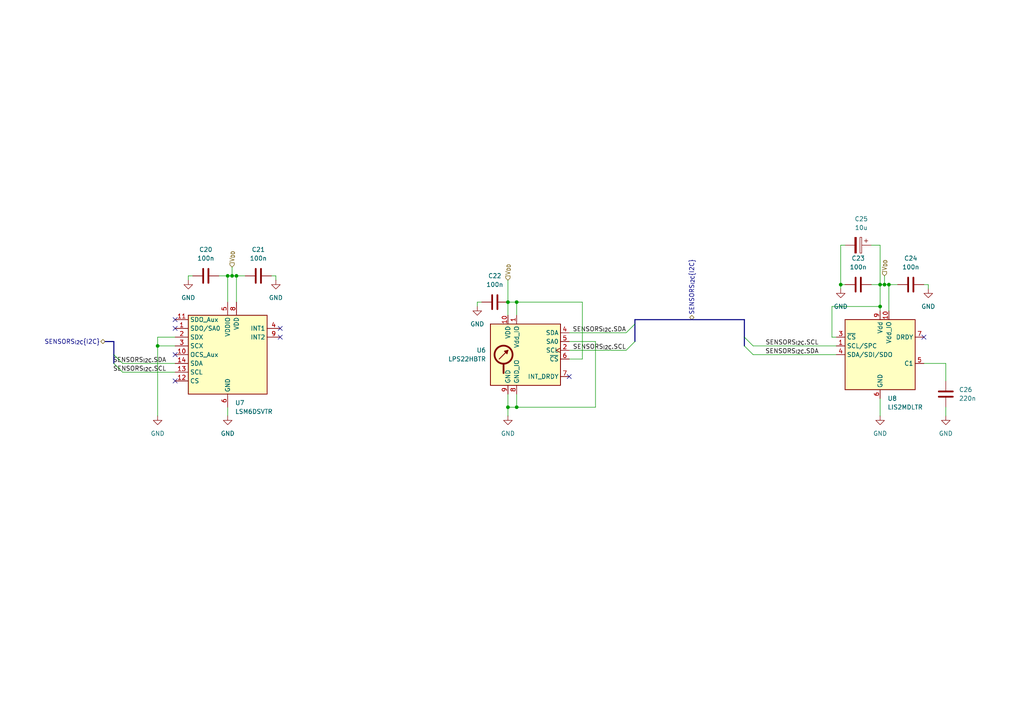
<source format=kicad_sch>
(kicad_sch (version 20250114) (generator "eeschema") (generator_version "9.0")
  (paper "A4")
  (lib_symbols
    (symbol "Device:C" (pin_numbers (hide yes)) (pin_names (offset 0.254))
      (property "Reference" "C" (at 0.635 2.54 0))
      (property "Value" "C" (at 0.635 -2.54 0))
      (symbol "C_0_1"
        (polyline (pts (xy -2.032 0.762) (xy 2.032 0.762)) (stroke (width 0.508)))
        (polyline (pts (xy -2.032 -0.762) (xy 2.032 -0.762)) (stroke (width 0.508)))
      )
      (symbol "C_1_1"
        (pin passive line (at 0 3.81 270) (length 2.794) (name "~") (number "1"))
        (pin passive line (at 0 -3.81 90) (length 2.794) (name "~") (number "2"))
      )
    )
    (symbol "Device:C_Polarized" (pin_numbers (hide yes)) (pin_names (offset 0.254))
      (property "Reference" "C" (at 0.635 2.54 0))
      (property "Value" "C_Polarized" (at 0.635 -2.54 0))
      (symbol "C_Polarized_0_1"
        (rectangle (start -2.286 0.508) (end 2.286 1.016))
        (polyline (pts (xy -1.778 2.286) (xy -0.762 2.286)))
        (polyline (pts (xy -1.27 2.794) (xy -1.27 1.778)))
        (rectangle (start 2.286 -0.508) (end -2.286 -1.016) (fill (type outline)))
      )
      (symbol "C_Polarized_1_1"
        (pin passive line (at 0 3.81 270) (length 2.794) (name "~") (number "1"))
        (pin passive line (at 0 -3.81 90) (length 2.794) (name "~") (number "2"))
      )
    )
    (symbol "Sensor_Magnetic:LIS2MDL"
      (property "Reference" "U" (at -8.89 11.43 0))
      (property "Value" "LIS2MDL" (at 7.62 11.43 0))
      (symbol "LIS2MDL_0_1"
        (rectangle (start -10.16 10.16) (end 10.16 -10.16) (stroke (width 0.254)) (fill (type background)))
      )
      (symbol "LIS2MDL_1_1"
        (pin input line (at -12.7 5.08 0) (length 2.54) (name "~{CS}") (number "3"))
        (pin input line (at -12.7 2.54 0) (length 2.54) (name "SCL/SPC") (number "1"))
        (pin bidirectional line (at -12.7 0 0) (length 2.54) (name "SDA/SDI/SDO") (number "4"))
        (pin no_connect line (at -10.16 -5.08 0) (length 2.54) (hide yes) (name "NC") (number "2"))
        (pin no_connect line (at -10.16 -7.62 0) (length 2.54) (hide yes) (name "NC") (number "11"))
        (pin power_in line (at 0 12.7 270) (length 2.54) (name "Vdd") (number "9"))
        (pin power_in line (at 0 -12.7 90) (length 2.54) (name "GND") (number "6"))
        (pin passive line (at 0 -12.7 90) (length 2.54) (hide yes) (name "GND") (number "8"))
        (pin power_in line (at 2.54 12.7 270) (length 2.54) (name "Vdd_IO") (number "10"))
        (pin no_connect line (at 10.16 -7.62 180) (length 2.54) (hide yes) (name "NC") (number "12"))
        (pin output line (at 12.7 5.08 180) (length 2.54) (name "DRDY") (number "7"))
        (pin power_out line (at 12.7 -2.54 180) (length 2.54) (name "C1") (number "5"))
      )
    )
    (symbol "Sensor_Motion:LSM6DSM"
      (property "Reference" "U" (at -11.43 15.24 0))
      (property "Value" "LSM6DSM" (at -11.43 12.7 0))
      (symbol "LSM6DSM_0_1"
        (rectangle (start 11.43 11.43) (end -11.43 -11.43) (stroke (width 0.254)) (fill (type background)))
      )
      (symbol "LSM6DSM_1_1"
        (pin bidirectional line (at -15.24 10.16 0) (length 3.81) (name "SDO_Aux") (number "11"))
        (pin bidirectional line (at -15.24 7.62 0) (length 3.81) (name "SDO/SA0") (number "1"))
        (pin bidirectional line (at -15.24 5.08 0) (length 3.81) (name "SDX") (number "2"))
        (pin input line (at -15.24 2.54 0) (length 3.81) (name "SCX") (number "3"))
        (pin passive line (at -15.24 0 0) (length 3.81) (name "OCS_Aux") (number "10"))
        (pin bidirectional line (at -15.24 -2.54 0) (length 3.81) (name "SDA") (number "14"))
        (pin input line (at -15.24 -5.08 0) (length 3.81) (name "SCL") (number "13"))
        (pin input line (at -15.24 -7.62 0) (length 3.81) (name "CS") (number "12"))
        (pin power_in line (at 0 15.24 270) (length 3.81) (name "VDDIO") (number "5"))
        (pin power_in line (at 0 -15.24 90) (length 3.81) (name "GND") (number "6"))
        (pin passive line (at 0 -15.24 90) (length 3.81) (hide yes) (name "GND") (number "7"))
        (pin power_in line (at 2.54 15.24 270) (length 3.81) (name "VDD") (number "8"))
        (pin output line (at 15.24 7.62 180) (length 3.81) (name "INT1") (number "4"))
        (pin output line (at 15.24 5.08 180) (length 3.81) (name "INT2") (number "9"))
      )
    )
    (symbol "Sensor_Pressure:LPS22DF"
      (property "Reference" "U" (at -11.43 1.27 0))
      (property "Value" "LPS22DF" (at -11.176 -1.27 0))
      (symbol "LPS22DF_0_1"
        (rectangle (start -10.16 10.16) (end 10.16 -7.62) (stroke (width 0.254)) (fill (type background)))
        (polyline (pts (xy -7.62 0) (xy -5.08 2.54)) (stroke (width 0.254)))
        (circle (center -6.35 1.27) (radius 2.6162) (stroke (width 0.508)))
        (polyline (pts (xy -6.35 -1.524) (xy -6.35 -4.064)) (stroke (width 0.508)))
        (polyline (pts (xy -5.08 2.54) (xy -5.334 1.524) (xy -6.096 2.286) (xy -5.08 2.54)) (stroke (width 0.254)) (fill (type outline)))
      )
      (symbol "LPS22DF_1_1"
        (pin power_in line (at -5.08 12.7 270) (length 2.54) (name "VDD") (number "10"))
        (pin passive line (at -5.08 -10.16 90) (length 2.54) (hide yes) (name "GND") (number "3"))
        (pin power_in line (at -5.08 -10.16 90) (length 2.54) (name "GND") (number "9"))
        (pin power_in line (at -2.54 12.7 270) (length 2.54) (name "Vdd_IO") (number "1"))
        (pin power_in line (at -2.54 -10.16 90) (length 2.54) (name "GND_IO") (number "8"))
        (pin bidirectional line (at 12.7 7.62 180) (length 2.54) (name "SDA") (number "4"))
        (pin input line (at 12.7 5.08 180) (length 2.54) (name "SA0") (number "5"))
        (pin input clock (at 12.7 2.54 180) (length 2.54) (name "SCL") (number "2"))
        (pin input line (at 12.7 0 180) (length 2.54) (name "~{CS}") (number "6"))
        (pin output line (at 12.7 -5.08 180) (length 2.54) (name "INT_DRDY") (number "7"))
      )
    )
    (symbol "power:GND" (power) (pin_numbers (hide yes)) (pin_names (offset 0) (hide yes))
      (property "Value" "GND" (at 0 -3.81 0))
      (symbol "GND_0_1"
        (polyline (pts (xy 0 0) (xy 0 -1.27) (xy 1.27 -1.27) (xy 0 -2.54) (xy -1.27 -1.27) (xy 0 -1.27)))
      )
      (symbol "GND_1_1"
        (pin power_in line (at 0 0 270) (length 0) (name "~") (number "1"))
      )
    )
  )
  (junction (at 257.81 82.55))
  (junction (at 67.31 80.01))
  (junction (at 149.86 87.63))
  (junction (at 147.32 118.11))
  (junction (at 68.58 80.01))
  (junction (at 147.32 87.63))
  (junction (at 256.54 82.55))
  (junction (at 66.04 80.01))
  (junction (at 255.27 82.55))
  (junction (at 45.72 100.33))
  (junction (at 255.27 88.9))
  (junction (at 243.84 82.55))
  (junction (at 149.86 118.11))
  (no_connect (at 50.8 110.49))
  (no_connect (at 165.1 109.22))
  (no_connect (at 81.28 95.25))
  (no_connect (at 50.8 95.25))
  (no_connect (at 81.28 97.79))
  (no_connect (at 50.8 102.87))
  (no_connect (at 267.97 97.79))
  (no_connect (at 50.8 92.71))
  (bus_entry (at 215.9 97.79) (size 2.54 2.54))
  (bus_entry (at 184.15 99.06) (size -2.54 2.54))
  (bus_entry (at 184.15 93.98) (size -2.54 2.54))
  (bus_entry (at 215.9 100.33) (size 2.54 2.54))
  (bus_entry (at 33.02 105.41) (size 2.54 2.54))
  (bus_entry (at 33.02 102.87) (size 2.54 2.54))
  (wire (pts (xy 218.44 100.33) (xy 242.57 100.33)))
  (wire (pts (xy 45.72 100.33) (xy 50.8 100.33)))
  (wire (pts (xy 80.01 80.01) (xy 80.01 81.28)))
  (wire (pts (xy 149.86 87.63) (xy 149.86 91.44)))
  (wire (pts (xy 267.97 105.41) (xy 274.32 105.41)))
  (wire (pts (xy 138.43 88.9) (xy 138.43 87.63)))
  (wire (pts (xy 245.11 71.12) (xy 243.84 71.12)))
  (wire (pts (xy 168.91 87.63) (xy 149.86 87.63)))
  (bus (pts (xy 184.15 92.71) (xy 215.9 92.71)))
  (wire (pts (xy 45.72 120.65) (xy 45.72 100.33)))
  (wire (pts (xy 243.84 83.82) (xy 243.84 82.55)))
  (wire (pts (xy 149.86 118.11) (xy 147.32 118.11)))
  (wire (pts (xy 66.04 118.11) (xy 66.04 120.65)))
  (wire (pts (xy 218.44 102.87) (xy 242.57 102.87)))
  (wire (pts (xy 147.32 114.3) (xy 147.32 118.11)))
  (wire (pts (xy 165.1 99.06) (xy 172.72 99.06)))
  (wire (pts (xy 255.27 71.12) (xy 255.27 82.55)))
  (wire (pts (xy 67.31 80.01) (xy 68.58 80.01)))
  (bus (pts (xy 30.48 99.06) (xy 33.02 99.06)))
  (wire (pts (xy 241.3 97.79) (xy 241.3 88.9)))
  (wire (pts (xy 149.86 114.3) (xy 149.86 118.11)))
  (wire (pts (xy 67.31 77.47) (xy 67.31 80.01)))
  (wire (pts (xy 165.1 104.14) (xy 168.91 104.14)))
  (wire (pts (xy 147.32 81.28) (xy 147.32 87.63)))
  (wire (pts (xy 256.54 82.55) (xy 257.81 82.55)))
  (wire (pts (xy 35.56 105.41) (xy 50.8 105.41)))
  (bus (pts (xy 184.15 93.98) (xy 184.15 99.06)))
  (wire (pts (xy 267.97 82.55) (xy 269.24 82.55)))
  (wire (pts (xy 63.5 80.01) (xy 66.04 80.01)))
  (wire (pts (xy 165.1 96.52) (xy 181.61 96.52)))
  (wire (pts (xy 54.61 81.28) (xy 54.61 80.01)))
  (wire (pts (xy 257.81 82.55) (xy 260.35 82.55)))
  (bus (pts (xy 184.15 92.71) (xy 184.15 93.98)))
  (wire (pts (xy 256.54 82.55) (xy 255.27 82.55)))
  (wire (pts (xy 243.84 82.55) (xy 245.11 82.55)))
  (wire (pts (xy 257.81 90.17) (xy 257.81 82.55)))
  (bus (pts (xy 33.02 102.87) (xy 33.02 105.41)))
  (wire (pts (xy 256.54 80.01) (xy 256.54 82.55)))
  (wire (pts (xy 241.3 88.9) (xy 255.27 88.9)))
  (wire (pts (xy 269.24 82.55) (xy 269.24 83.82)))
  (wire (pts (xy 172.72 99.06) (xy 172.72 118.11)))
  (wire (pts (xy 78.74 80.01) (xy 80.01 80.01)))
  (wire (pts (xy 138.43 87.63) (xy 139.7 87.63)))
  (wire (pts (xy 255.27 115.57) (xy 255.27 120.65)))
  (wire (pts (xy 242.57 97.79) (xy 241.3 97.79)))
  (bus (pts (xy 215.9 92.71) (xy 215.9 97.79)))
  (wire (pts (xy 149.86 87.63) (xy 147.32 87.63)))
  (wire (pts (xy 147.32 87.63) (xy 147.32 91.44)))
  (wire (pts (xy 66.04 80.01) (xy 66.04 87.63)))
  (wire (pts (xy 255.27 82.55) (xy 255.27 88.9)))
  (wire (pts (xy 243.84 71.12) (xy 243.84 82.55)))
  (wire (pts (xy 67.31 80.01) (xy 66.04 80.01)))
  (wire (pts (xy 168.91 104.14) (xy 168.91 87.63)))
  (wire (pts (xy 45.72 100.33) (xy 45.72 97.79)))
  (wire (pts (xy 45.72 97.79) (xy 50.8 97.79)))
  (bus (pts (xy 215.9 97.79) (xy 215.9 100.33)))
  (wire (pts (xy 165.1 101.6) (xy 181.61 101.6)))
  (wire (pts (xy 68.58 87.63) (xy 68.58 80.01)))
  (wire (pts (xy 252.73 82.55) (xy 255.27 82.55)))
  (bus (pts (xy 33.02 99.06) (xy 33.02 102.87)))
  (wire (pts (xy 252.73 71.12) (xy 255.27 71.12)))
  (wire (pts (xy 172.72 118.11) (xy 149.86 118.11)))
  (wire (pts (xy 274.32 118.11) (xy 274.32 120.65)))
  (wire (pts (xy 68.58 80.01) (xy 71.12 80.01)))
  (wire (pts (xy 255.27 88.9) (xy 255.27 90.17)))
  (wire (pts (xy 274.32 105.41) (xy 274.32 110.49)))
  (wire (pts (xy 35.56 107.95) (xy 50.8 107.95)))
  (wire (pts (xy 147.32 118.11) (xy 147.32 120.65)))
  (wire (pts (xy 54.61 80.01) (xy 55.88 80.01)))
  (label "SENSORS_{I2C}.SCL" (at 48.26 107.95 180))
  (label "SENSORS_{I2C}.SDA" (at 181.61 96.52 180))
  (label "SENSORS_{I2C}.SCL" (at 237.49 100.33 180))
  (label "SENSORS_{I2C}.SDA" (at 237.49 102.87 180))
  (label "SENSORS_{I2C}.SCL" (at 181.61 101.6 180))
  (label "SENSORS_{I2C}.SDA" (at 48.26 105.41 180))
  (hierarchical_label "V_{DD}" (shape input) (at 67.31 77.47 90))
  (hierarchical_label "SENSORS_{I2C}{I2C}" (shape bidirectional) (at 200.66 92.71 90))
  (hierarchical_label "SENSORS_{I2C}{I2C}" (shape bidirectional) (at 30.48 99.06 180))
  (hierarchical_label "V_{DD}" (shape input) (at 147.32 81.28 90))
  (hierarchical_label "V_{DD}" (shape input) (at 256.54 80.01 90))
  (symbol (lib_id "power:GND") (at 255.27 120.65 0) (unit 1)
    (property "Reference" "#PWR028" (effects (hide yes)))
    (property "Value" "GND" (at 255.27 125.73 0))
    (property "Description" "Power symbol creates a global label with name \"GND\" , ground" (effects (hide yes)))
  )
  (symbol (lib_id "power:GND") (at 243.84 83.82 0) (unit 1)
    (property "Reference" "#PWR033" (effects (hide yes)))
    (property "Value" "GND" (at 243.84 88.9 0))
    (property "Description" "Power symbol creates a global label with name \"GND\" , ground" (effects (hide yes)))
  )
  (symbol (lib_id "power:GND") (at 80.01 81.28 0) (unit 1)
    (property "Reference" "#PWR030" (effects (hide yes)))
    (property "Value" "GND" (at 80.01 86.36 0))
    (property "Description" "Power symbol creates a global label with name \"GND\" , ground" (effects (hide yes)))
  )
  (symbol (lib_id "Device:C") (at 248.92 82.55 90) (unit 1)
    (property "Reference" "C23" (at 248.92 74.93 90))
    (property "Value" "100n" (at 248.92 77.47 90))
    (property "Description" "Unpolarized capacitor" (effects (hide yes)))
  )
  (symbol (lib_id "power:GND") (at 66.04 120.65 0) (unit 1)
    (property "Reference" "#PWR04" (effects (hide yes)))
    (property "Value" "GND" (at 66.04 125.73 0))
    (property "Description" "Power symbol creates a global label with name \"GND\" , ground" (effects (hide yes)))
  )
  (symbol (lib_id "power:GND") (at 274.32 120.65 0) (unit 1)
    (property "Reference" "#PWR035" (effects (hide yes)))
    (property "Value" "GND" (at 274.32 125.73 0))
    (property "Description" "Power symbol creates a global label with name \"GND\" , ground" (effects (hide yes)))
  )
  (symbol (lib_id "power:GND") (at 269.24 83.82 0) (unit 1)
    (property "Reference" "#PWR034" (effects (hide yes)))
    (property "Value" "GND" (at 269.24 88.9 0))
    (property "Description" "Power symbol creates a global label with name \"GND\" , ground" (effects (hide yes)))
  )
  (symbol (lib_id "power:GND") (at 54.61 81.28 0) (unit 1)
    (property "Reference" "#PWR029" (effects (hide yes)))
    (property "Value" "GND" (at 54.61 86.36 0))
    (property "Description" "Power symbol creates a global label with name \"GND\" , ground" (effects (hide yes)))
  )
  (symbol (lib_id "Sensor_Magnetic:LIS2MDL") (at 255.27 102.87 0) (unit 1)
    (property "Reference" "U8" (at 257.4133 115.57 0) (effects (justify left)))
    (property "Value" "LIS2MDLTR" (at 257.4133 118.11 0) (effects (justify left)))
    (property "Footprint" "Package_LGA:LGA-12_2x2mm_P0.5mm" (effects (hide yes)))
    (property "Datasheet" "https://www.st.com/resource/en/datasheet/lis2mdl.pdf" (effects (hide yes)))
    (property "Description" "Ultra-low-power, 3-axis digital output magnetometer, LGA-12" (effects (hide yes)))
    (property "Manufacturer_Name" "STMicroelectronics" (effects (hide yes)))
    (property "Manufacturer_Part_Number" "LIS2MDLTR" (effects (hide yes)))
  )
  (symbol (lib_id "Device:C_Polarized") (at 248.92 71.12 270) (unit 1)
    (property "Reference" "C25" (at 249.809 63.5 90))
    (property "Value" "10u" (at 249.809 66.04 90))
    (property "Description" "Polarized capacitor" (effects (hide yes)))
  )
  (symbol (lib_id "Device:C") (at 264.16 82.55 90) (unit 1)
    (property "Reference" "C24" (at 264.16 74.93 90))
    (property "Value" "100n" (at 264.16 77.47 90))
    (property "Description" "Unpolarized capacitor" (effects (hide yes)))
  )
  (symbol (lib_id "Sensor_Motion:LSM6DSM") (at 66.04 102.87 0) (unit 1)
    (property "Reference" "U7" (at 68.1833 116.84 0) (effects (justify left)))
    (property "Value" "LSM6DSVTR" (at 68.1833 119.38 0) (effects (justify left)))
    (property "Footprint" "Package_LGA:LGA-14_3x2.5mm_P0.5mm_LayoutBorder3x4y" (effects (hide yes)))
    (property "Datasheet" "https://www.st.com/resource/en/datasheet/lsm6dsm.pdf" (effects (hide yes)))
    (property "Description" "I2C/SPI, iNEMO inertial module: always-on 3D accelerometer and 3D gyroscope, with auxiliary SPI, 1.71V to 3.6V VCC" (effects (hide yes)))
    (property "Manufacturer_Name" "STMicroelectronics" (effects (hide yes)))
    (property "Manufacturer_Part_Number" "LSM6DSVTR" (effects (hide yes)))
  )
  (symbol (lib_id "Device:C") (at 274.32 114.3 180) (unit 1)
    (property "Reference" "C26" (at 278.13 113.0299 0) (effects (justify right)))
    (property "Value" "220n" (at 278.13 115.5699 0) (effects (justify right)))
    (property "Description" "Unpolarized capacitor" (effects (hide yes)))
  )
  (symbol (lib_id "power:GND") (at 45.72 120.65 0) (unit 1)
    (property "Reference" "#PWR031" (effects (hide yes)))
    (property "Value" "GND" (at 45.72 125.73 0))
    (property "Description" "Power symbol creates a global label with name \"GND\" , ground" (effects (hide yes)))
  )
  (symbol (lib_id "Device:C") (at 59.69 80.01 90) (unit 1)
    (property "Reference" "C20" (at 59.69 72.39 90))
    (property "Value" "100n" (at 59.69 74.93 90))
    (property "Description" "Unpolarized capacitor" (effects (hide yes)))
  )
  (symbol (lib_id "power:GND") (at 147.32 120.65 0) (unit 1)
    (property "Reference" "#PWR05" (effects (hide yes)))
    (property "Value" "GND" (at 147.32 125.73 0))
    (property "Description" "Power symbol creates a global label with name \"GND\" , ground" (effects (hide yes)))
  )
  (symbol (lib_id "Sensor_Pressure:LPS22DF") (at 152.4 104.14 0) (unit 1)
    (property "Reference" "U6" (at 140.97 101.5999 0) (effects (justify right)))
    (property "Value" "LPS22HBTR" (at 140.97 104.1399 0) (effects (justify right)))
    (property "Footprint" "Package_LGA:ST_HLGA-10_2x2mm_P0.5mm_LayoutBorder3x2y" (effects (hide yes)))
    (property "Datasheet" "https://www.st.com/resource/en/datasheet/lps22df.pdf" (effects (hide yes)))
    (property "Description" "MEMS absolute pressure sensor, 260-1260 hPa, 1-200Hz ODR, 24bit, I2C/I3C/SPI interface, 2x2mm ST_HLGA-10L" (effects (hide yes)))
    (property "Manufacturer_Name" "STMicroelectronics" (effects (hide yes)))
    (property "Manufacturer_Part_Number" "LPS22HBTR" (effects (hide yes)))
  )
  (symbol (lib_id "power:GND") (at 138.43 88.9 0) (unit 1)
    (property "Reference" "#PWR032" (effects (hide yes)))
    (property "Value" "GND" (at 138.43 93.98 0))
    (property "Description" "Power symbol creates a global label with name \"GND\" , ground" (effects (hide yes)))
  )
  (symbol (lib_id "Device:C") (at 74.93 80.01 90) (unit 1)
    (property "Reference" "C21" (at 74.93 72.39 90))
    (property "Value" "100n" (at 74.93 74.93 90))
    (property "Description" "Unpolarized capacitor" (effects (hide yes)))
  )
  (symbol (lib_id "Device:C") (at 143.51 87.63 90) (unit 1)
    (property "Reference" "C22" (at 143.51 80.01 90))
    (property "Value" "100n" (at 143.51 82.55 90))
    (property "Description" "Unpolarized capacitor" (effects (hide yes)))
  )
)
</source>
